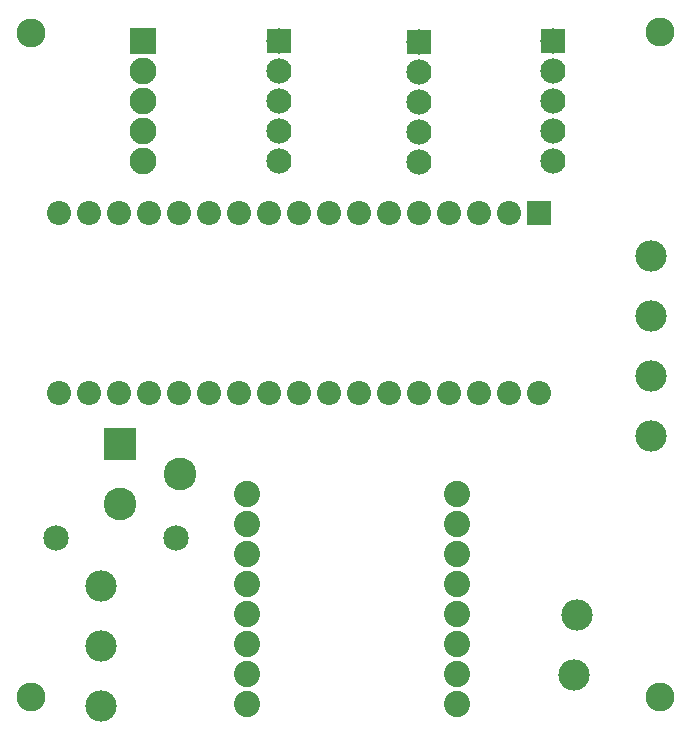
<source format=gbs>
G04 MADE WITH FRITZING*
G04 WWW.FRITZING.ORG*
G04 DOUBLE SIDED*
G04 HOLES PLATED*
G04 CONTOUR ON CENTER OF CONTOUR VECTOR*
%ASAXBY*%
%FSLAX23Y23*%
%MOIN*%
%OFA0B0*%
%SFA1.0B1.0*%
%ADD10C,0.080555*%
%ADD11C,0.080583*%
%ADD12C,0.084000*%
%ADD13C,0.089370*%
%ADD14C,0.109000*%
%ADD15C,0.104488*%
%ADD16C,0.085000*%
%ADD17C,0.096614*%
%ADD18C,0.087701*%
%ADD19R,0.080542X0.080570*%
%ADD20R,0.084000X0.084000*%
%ADD21R,0.089370X0.089370*%
%ADD22R,0.109000X0.109000*%
%LNMASK0*%
G90*
G70*
G54D10*
X1809Y1746D03*
X1709Y1746D03*
X1609Y1746D03*
X1509Y1746D03*
X1409Y1746D03*
X1309Y1746D03*
X1209Y1746D03*
X1109Y1746D03*
X1009Y1746D03*
G54D11*
X909Y1746D03*
X809Y1746D03*
X709Y1746D03*
G54D10*
X609Y1746D03*
X509Y1746D03*
G54D11*
X409Y1746D03*
X309Y1746D03*
X209Y1746D03*
G54D10*
X1809Y1146D03*
X1709Y1146D03*
X1609Y1146D03*
X1509Y1146D03*
X1409Y1146D03*
X1309Y1146D03*
X1009Y1146D03*
G54D11*
X909Y1146D03*
G54D10*
X1109Y1146D03*
X1209Y1146D03*
G54D11*
X809Y1146D03*
X709Y1146D03*
G54D10*
X609Y1146D03*
X509Y1146D03*
G54D11*
X409Y1146D03*
X309Y1146D03*
X209Y1146D03*
G54D12*
X1855Y2318D03*
X1855Y2218D03*
X1855Y2118D03*
X1855Y2018D03*
X1855Y1918D03*
X1410Y2316D03*
X1410Y2216D03*
X1410Y2116D03*
X1410Y2016D03*
X1410Y1916D03*
X944Y2319D03*
X944Y2219D03*
X944Y2119D03*
X944Y2019D03*
X944Y1919D03*
G54D13*
X491Y2320D03*
X491Y2220D03*
X491Y2120D03*
X491Y2020D03*
X491Y1920D03*
G54D14*
X412Y774D03*
X412Y974D03*
X612Y874D03*
G54D15*
X1936Y407D03*
X1926Y207D03*
X2183Y1602D03*
X2183Y1402D03*
X2183Y1202D03*
X2183Y1002D03*
X351Y503D03*
X351Y303D03*
X351Y103D03*
G54D16*
X201Y661D03*
X601Y661D03*
G54D17*
X2214Y132D03*
X2213Y2348D03*
X116Y2346D03*
X116Y132D03*
G54D18*
X835Y809D03*
X835Y709D03*
X835Y609D03*
X835Y509D03*
X835Y409D03*
X835Y309D03*
X835Y209D03*
X835Y109D03*
X1535Y809D03*
X1535Y709D03*
X1535Y609D03*
X1535Y509D03*
X1535Y409D03*
X1535Y309D03*
X1535Y209D03*
X1535Y109D03*
G54D19*
X1809Y1746D03*
G54D20*
X1855Y2318D03*
X1410Y2316D03*
X944Y2319D03*
G54D21*
X491Y2320D03*
G54D22*
X412Y974D03*
G04 End of Mask0*
M02*
</source>
